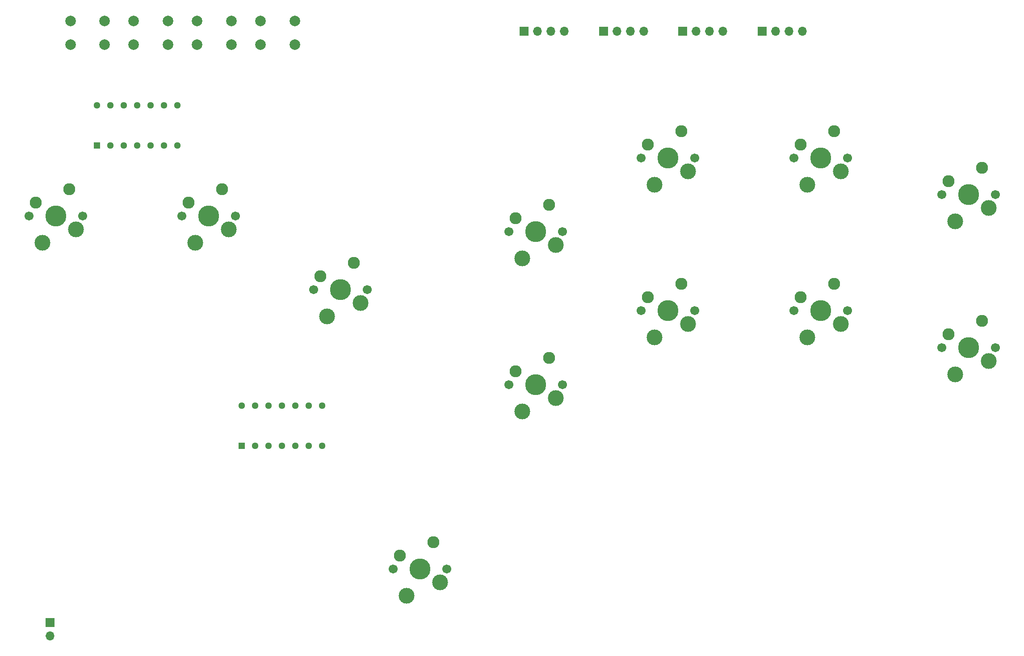
<source format=gbr>
%TF.GenerationSoftware,KiCad,Pcbnew,7.0.2*%
%TF.CreationDate,2023-06-15T03:48:31-07:00*%
%TF.ProjectId,DS5,4453352e-6b69-4636-9164-5f7063625858,rev?*%
%TF.SameCoordinates,Original*%
%TF.FileFunction,Soldermask,Top*%
%TF.FilePolarity,Negative*%
%FSLAX46Y46*%
G04 Gerber Fmt 4.6, Leading zero omitted, Abs format (unit mm)*
G04 Created by KiCad (PCBNEW 7.0.2) date 2023-06-15 03:48:31*
%MOMM*%
%LPD*%
G01*
G04 APERTURE LIST*
%ADD10R,1.295400X1.295400*%
%ADD11C,1.295400*%
%ADD12R,1.700000X1.700000*%
%ADD13O,1.700000X1.700000*%
%ADD14C,2.286000*%
%ADD15C,1.701800*%
%ADD16C,3.000000*%
%ADD17C,3.987800*%
%ADD18C,2.000000*%
G04 APERTURE END LIST*
D10*
%TO.C,Left + Right*%
X49000000Y-49620000D03*
D11*
X51540000Y-49620000D03*
X54080000Y-49620000D03*
X56620000Y-49620000D03*
X59160000Y-49620000D03*
X61700000Y-49620000D03*
X64240000Y-49620000D03*
X64240000Y-42000000D03*
X61700000Y-42000000D03*
X59160000Y-42000000D03*
X56620000Y-42000000D03*
X54080000Y-42000000D03*
X51540000Y-42000000D03*
X49000000Y-42000000D03*
%TD*%
D12*
%TO.C,BT1*%
X40100000Y-140160000D03*
D13*
X40100000Y-142700000D03*
%TD*%
D12*
%TO.C,Shoulder*%
X175060000Y-28000000D03*
D13*
X177600000Y-28000000D03*
X180140000Y-28000000D03*
X182680000Y-28000000D03*
%TD*%
D14*
%TO.C,Right*%
X91400000Y-74460000D03*
X97750000Y-71920000D03*
D15*
X100290000Y-77000000D03*
D16*
X99020000Y-79540000D03*
D17*
X95210000Y-77000000D03*
D16*
X92670000Y-82080000D03*
D15*
X90130000Y-77000000D03*
%TD*%
%TO.C,L1*%
X209130000Y-59000000D03*
D16*
X211670000Y-64080000D03*
D17*
X214210000Y-59000000D03*
D16*
X218020000Y-61540000D03*
D15*
X219290000Y-59000000D03*
D14*
X216750000Y-53920000D03*
X210400000Y-56460000D03*
%TD*%
D12*
%TO.C,DPad1*%
X145060000Y-28000000D03*
D13*
X147600000Y-28000000D03*
X150140000Y-28000000D03*
X152680000Y-28000000D03*
%TD*%
D15*
%TO.C,Cross*%
X127130000Y-95000000D03*
D16*
X129670000Y-100080000D03*
D17*
X132210000Y-95000000D03*
D16*
X136020000Y-97540000D03*
D15*
X137290000Y-95000000D03*
D14*
X134750000Y-89920000D03*
X128400000Y-92460000D03*
%TD*%
D10*
%TO.C,Up + Down*%
X76460000Y-106620000D03*
D11*
X79000000Y-106620000D03*
X81540000Y-106620000D03*
X84080000Y-106620000D03*
X86620000Y-106620000D03*
X89160000Y-106620000D03*
X91700000Y-106620000D03*
X91700000Y-99000000D03*
X89160000Y-99000000D03*
X86620000Y-99000000D03*
X84080000Y-99000000D03*
X81540000Y-99000000D03*
X79000000Y-99000000D03*
X76460000Y-99000000D03*
%TD*%
D18*
%TO.C,Share*%
X68000000Y-26000000D03*
X74500000Y-26000000D03*
X68000000Y-30500000D03*
X74500000Y-30500000D03*
%TD*%
D15*
%TO.C,L2*%
X209130000Y-88000000D03*
D16*
X211670000Y-93080000D03*
D17*
X214210000Y-88000000D03*
D16*
X218020000Y-90540000D03*
D15*
X219290000Y-88000000D03*
D14*
X216750000Y-82920000D03*
X210400000Y-85460000D03*
%TD*%
D15*
%TO.C,Left*%
X36130000Y-63000000D03*
D16*
X38670000Y-68080000D03*
D17*
X41210000Y-63000000D03*
D16*
X45020000Y-65540000D03*
D15*
X46290000Y-63000000D03*
D14*
X43750000Y-57920000D03*
X37400000Y-60460000D03*
%TD*%
D15*
%TO.C,R2*%
X181130000Y-81000000D03*
D16*
X183670000Y-86080000D03*
D17*
X186210000Y-81000000D03*
D16*
X190020000Y-83540000D03*
D15*
X191290000Y-81000000D03*
D14*
X188750000Y-75920000D03*
X182400000Y-78460000D03*
%TD*%
D18*
%TO.C,Touch*%
X80000000Y-26000000D03*
X86500000Y-26000000D03*
X80000000Y-30500000D03*
X86500000Y-30500000D03*
%TD*%
D15*
%TO.C,Up*%
X105130000Y-130000000D03*
D16*
X107670000Y-135080000D03*
D17*
X110210000Y-130000000D03*
D16*
X114020000Y-132540000D03*
D15*
X115290000Y-130000000D03*
D14*
X112750000Y-124920000D03*
X106400000Y-127460000D03*
%TD*%
D15*
%TO.C,R1*%
X181130000Y-52000000D03*
D16*
X183670000Y-57080000D03*
D17*
X186210000Y-52000000D03*
D16*
X190020000Y-54540000D03*
D15*
X191290000Y-52000000D03*
D14*
X188750000Y-46920000D03*
X182400000Y-49460000D03*
%TD*%
D18*
%TO.C,Option*%
X56000000Y-26000000D03*
X62500000Y-26000000D03*
X56000000Y-30500000D03*
X62500000Y-30500000D03*
%TD*%
D15*
%TO.C,Square*%
X127130000Y-66000000D03*
D16*
X129670000Y-71080000D03*
D17*
X132210000Y-66000000D03*
D16*
X136020000Y-68540000D03*
D15*
X137290000Y-66000000D03*
D14*
X134750000Y-60920000D03*
X128400000Y-63460000D03*
%TD*%
D12*
%TO.C,Face*%
X160060000Y-28000000D03*
D13*
X162600000Y-28000000D03*
X165140000Y-28000000D03*
X167680000Y-28000000D03*
%TD*%
D15*
%TO.C,Circle*%
X152130000Y-81000000D03*
D16*
X154670000Y-86080000D03*
D17*
X157210000Y-81000000D03*
D16*
X161020000Y-83540000D03*
D15*
X162290000Y-81000000D03*
D14*
X159750000Y-75920000D03*
X153400000Y-78460000D03*
%TD*%
%TO.C,Down*%
X66400000Y-60460000D03*
X72750000Y-57920000D03*
D15*
X75290000Y-63000000D03*
D16*
X74020000Y-65540000D03*
D17*
X70210000Y-63000000D03*
D16*
X67670000Y-68080000D03*
D15*
X65130000Y-63000000D03*
%TD*%
%TO.C,Triangle*%
X152130000Y-52000000D03*
D16*
X154670000Y-57080000D03*
D17*
X157210000Y-52000000D03*
D16*
X161020000Y-54540000D03*
D15*
X162290000Y-52000000D03*
D14*
X159750000Y-46920000D03*
X153400000Y-49460000D03*
%TD*%
D18*
%TO.C,Ps*%
X44000000Y-26000000D03*
X50500000Y-26000000D03*
X44000000Y-30500000D03*
X50500000Y-30500000D03*
%TD*%
D12*
%TO.C,Side*%
X130000000Y-28000000D03*
D13*
X132540000Y-28000000D03*
X135080000Y-28000000D03*
X137620000Y-28000000D03*
%TD*%
M02*

</source>
